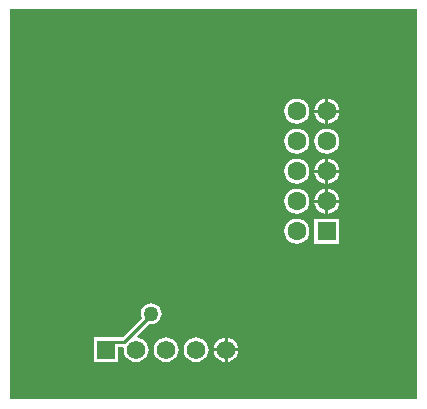
<source format=gbl>
G04*
G04 #@! TF.GenerationSoftware,Altium Limited,Altium Designer,23.5.1 (21)*
G04*
G04 Layer_Physical_Order=2*
G04 Layer_Color=16711680*
%FSLAX44Y44*%
%MOMM*%
G71*
G04*
G04 #@! TF.SameCoordinates,9F5EF0EC-7799-46C5-AC4F-AA06264B0910*
G04*
G04*
G04 #@! TF.FilePolarity,Positive*
G04*
G01*
G75*
%ADD12C,0.2540*%
%ADD17C,1.5700*%
%ADD18R,1.5700X1.5700*%
%ADD21C,1.6000*%
%ADD22R,1.6000X1.6000*%
%ADD23C,0.7620*%
%ADD24C,1.2700*%
G36*
X1555750Y414020D02*
X1211580D01*
Y744220D01*
X1555750D01*
Y414020D01*
D02*
G37*
%LPC*%
G36*
X1480820Y668324D02*
Y659130D01*
X1490014D01*
X1489819Y660611D01*
X1488757Y663176D01*
X1487067Y665377D01*
X1484866Y667067D01*
X1482301Y668129D01*
X1480820Y668324D01*
D02*
G37*
G36*
X1478280D02*
X1476799Y668129D01*
X1474234Y667067D01*
X1472033Y665377D01*
X1470343Y663176D01*
X1469281Y660611D01*
X1469086Y659130D01*
X1478280D01*
Y668324D01*
D02*
G37*
G36*
X1490014Y656590D02*
X1480820D01*
Y647396D01*
X1482301Y647591D01*
X1484866Y648653D01*
X1487067Y650343D01*
X1488757Y652544D01*
X1489819Y655108D01*
X1490014Y656590D01*
D02*
G37*
G36*
X1478280D02*
X1469086D01*
X1469281Y655108D01*
X1470343Y652544D01*
X1472033Y650343D01*
X1474234Y648653D01*
X1476799Y647591D01*
X1478280Y647396D01*
Y656590D01*
D02*
G37*
G36*
X1454150Y668491D02*
X1451398Y668129D01*
X1448835Y667067D01*
X1446633Y665377D01*
X1444943Y663176D01*
X1443881Y660611D01*
X1443519Y657860D01*
X1443881Y655108D01*
X1444943Y652544D01*
X1446633Y650343D01*
X1448835Y648653D01*
X1451398Y647591D01*
X1454150Y647229D01*
X1456902Y647591D01*
X1459465Y648653D01*
X1461667Y650343D01*
X1463357Y652544D01*
X1464419Y655108D01*
X1464781Y657860D01*
X1464419Y660611D01*
X1463357Y663176D01*
X1461667Y665377D01*
X1459465Y667067D01*
X1456902Y668129D01*
X1454150Y668491D01*
D02*
G37*
G36*
X1479550Y643091D02*
X1476799Y642729D01*
X1474234Y641667D01*
X1472033Y639977D01*
X1470343Y637775D01*
X1469281Y635211D01*
X1468919Y632460D01*
X1469281Y629709D01*
X1470343Y627145D01*
X1472033Y624943D01*
X1474234Y623253D01*
X1476799Y622191D01*
X1479550Y621829D01*
X1482301Y622191D01*
X1484866Y623253D01*
X1487067Y624943D01*
X1488757Y627145D01*
X1489819Y629709D01*
X1490181Y632460D01*
X1489819Y635211D01*
X1488757Y637775D01*
X1487067Y639977D01*
X1484866Y641667D01*
X1482301Y642729D01*
X1479550Y643091D01*
D02*
G37*
G36*
X1454150D02*
X1451398Y642729D01*
X1448835Y641667D01*
X1446633Y639977D01*
X1444943Y637775D01*
X1443881Y635211D01*
X1443519Y632460D01*
X1443881Y629709D01*
X1444943Y627145D01*
X1446633Y624943D01*
X1448835Y623253D01*
X1451398Y622191D01*
X1454150Y621829D01*
X1456902Y622191D01*
X1459465Y623253D01*
X1461667Y624943D01*
X1463357Y627145D01*
X1464419Y629709D01*
X1464781Y632460D01*
X1464419Y635211D01*
X1463357Y637775D01*
X1461667Y639977D01*
X1459465Y641667D01*
X1456902Y642729D01*
X1454150Y643091D01*
D02*
G37*
G36*
X1480820Y617524D02*
Y608330D01*
X1490014D01*
X1489819Y609812D01*
X1488757Y612375D01*
X1487067Y614577D01*
X1484866Y616267D01*
X1482301Y617329D01*
X1480820Y617524D01*
D02*
G37*
G36*
X1478280D02*
X1476799Y617329D01*
X1474234Y616267D01*
X1472033Y614577D01*
X1470343Y612375D01*
X1469281Y609812D01*
X1469086Y608330D01*
X1478280D01*
Y617524D01*
D02*
G37*
G36*
X1490014Y605790D02*
X1480820D01*
Y596596D01*
X1482301Y596791D01*
X1484866Y597853D01*
X1487067Y599543D01*
X1488757Y601744D01*
X1489819Y604309D01*
X1490014Y605790D01*
D02*
G37*
G36*
X1478280D02*
X1469086D01*
X1469281Y604309D01*
X1470343Y601744D01*
X1472033Y599543D01*
X1474234Y597853D01*
X1476799Y596791D01*
X1478280Y596596D01*
Y605790D01*
D02*
G37*
G36*
X1454150Y617691D02*
X1451398Y617329D01*
X1448835Y616267D01*
X1446633Y614577D01*
X1444943Y612375D01*
X1443881Y609812D01*
X1443519Y607060D01*
X1443881Y604309D01*
X1444943Y601744D01*
X1446633Y599543D01*
X1448835Y597853D01*
X1451398Y596791D01*
X1454150Y596429D01*
X1456902Y596791D01*
X1459465Y597853D01*
X1461667Y599543D01*
X1463357Y601744D01*
X1464419Y604309D01*
X1464781Y607060D01*
X1464419Y609812D01*
X1463357Y612375D01*
X1461667Y614577D01*
X1459465Y616267D01*
X1456902Y617329D01*
X1454150Y617691D01*
D02*
G37*
G36*
X1480820Y592124D02*
Y582930D01*
X1490014D01*
X1489819Y584412D01*
X1488757Y586976D01*
X1487067Y589177D01*
X1484866Y590867D01*
X1482301Y591929D01*
X1480820Y592124D01*
D02*
G37*
G36*
X1478280D02*
X1476799Y591929D01*
X1474234Y590867D01*
X1472033Y589177D01*
X1470343Y586976D01*
X1469281Y584412D01*
X1469086Y582930D01*
X1478280D01*
Y592124D01*
D02*
G37*
G36*
X1490014Y580390D02*
X1480820D01*
Y571196D01*
X1482301Y571391D01*
X1484866Y572453D01*
X1487067Y574143D01*
X1488757Y576344D01*
X1489819Y578909D01*
X1490014Y580390D01*
D02*
G37*
G36*
X1478280D02*
X1469086D01*
X1469281Y578909D01*
X1470343Y576344D01*
X1472033Y574143D01*
X1474234Y572453D01*
X1476799Y571391D01*
X1478280Y571196D01*
Y580390D01*
D02*
G37*
G36*
X1454150Y592291D02*
X1451398Y591929D01*
X1448835Y590867D01*
X1446633Y589177D01*
X1444943Y586976D01*
X1443881Y584412D01*
X1443519Y581660D01*
X1443881Y578909D01*
X1444943Y576344D01*
X1446633Y574143D01*
X1448835Y572453D01*
X1451398Y571391D01*
X1454150Y571029D01*
X1456902Y571391D01*
X1459465Y572453D01*
X1461667Y574143D01*
X1463357Y576344D01*
X1464419Y578909D01*
X1464781Y581660D01*
X1464419Y584412D01*
X1463357Y586976D01*
X1461667Y589177D01*
X1459465Y590867D01*
X1456902Y591929D01*
X1454150Y592291D01*
D02*
G37*
G36*
X1490090Y566800D02*
X1469010D01*
Y545720D01*
X1490090D01*
Y566800D01*
D02*
G37*
G36*
X1454150Y566891D02*
X1451398Y566529D01*
X1448835Y565467D01*
X1446633Y563777D01*
X1444943Y561576D01*
X1443881Y559011D01*
X1443519Y556260D01*
X1443881Y553508D01*
X1444943Y550945D01*
X1446633Y548743D01*
X1448835Y547053D01*
X1451398Y545991D01*
X1454150Y545629D01*
X1456902Y545991D01*
X1459465Y547053D01*
X1461667Y548743D01*
X1463357Y550945D01*
X1464419Y553508D01*
X1464781Y556260D01*
X1464419Y559011D01*
X1463357Y561576D01*
X1461667Y563777D01*
X1459465Y565467D01*
X1456902Y566529D01*
X1454150Y566891D01*
D02*
G37*
G36*
X1330960Y495377D02*
X1328639Y495071D01*
X1326477Y494175D01*
X1324620Y492750D01*
X1323195Y490893D01*
X1322299Y488731D01*
X1321993Y486410D01*
X1322299Y484089D01*
X1322925Y482578D01*
X1306741Y466395D01*
X1299440D01*
X1299065Y466320D01*
X1282470D01*
Y445540D01*
X1303250D01*
Y458625D01*
X1307172D01*
X1308009Y457671D01*
X1307780Y455930D01*
X1308137Y453218D01*
X1309184Y450690D01*
X1310850Y448520D01*
X1313020Y446854D01*
X1315548Y445807D01*
X1318260Y445450D01*
X1320972Y445807D01*
X1323500Y446854D01*
X1325670Y448520D01*
X1327336Y450690D01*
X1328383Y453218D01*
X1328740Y455930D01*
X1328383Y458642D01*
X1327336Y461170D01*
X1325670Y463340D01*
X1323500Y465006D01*
X1320972Y466053D01*
X1319391Y466261D01*
X1318936Y467602D01*
X1329031Y477697D01*
X1330960Y477443D01*
X1333281Y477749D01*
X1335443Y478645D01*
X1337300Y480070D01*
X1338725Y481927D01*
X1339621Y484089D01*
X1339927Y486410D01*
X1339621Y488731D01*
X1338725Y490893D01*
X1337300Y492750D01*
X1335443Y494175D01*
X1333281Y495071D01*
X1330960Y495377D01*
D02*
G37*
G36*
X1395730Y466242D02*
Y457200D01*
X1404772D01*
X1404583Y458642D01*
X1403536Y461170D01*
X1401870Y463340D01*
X1399700Y465006D01*
X1397172Y466053D01*
X1395730Y466242D01*
D02*
G37*
G36*
X1393190D02*
X1391748Y466053D01*
X1389220Y465006D01*
X1387050Y463340D01*
X1385384Y461170D01*
X1384337Y458642D01*
X1384147Y457200D01*
X1393190D01*
Y466242D01*
D02*
G37*
G36*
X1404772Y454660D02*
X1395730D01*
Y445617D01*
X1397172Y445807D01*
X1399700Y446854D01*
X1401870Y448520D01*
X1403536Y450690D01*
X1404583Y453218D01*
X1404772Y454660D01*
D02*
G37*
G36*
X1393190D02*
X1384147D01*
X1384337Y453218D01*
X1385384Y450690D01*
X1387050Y448520D01*
X1389220Y446854D01*
X1391748Y445807D01*
X1393190Y445617D01*
Y454660D01*
D02*
G37*
G36*
X1369060Y466410D02*
X1366348Y466053D01*
X1363820Y465006D01*
X1361650Y463340D01*
X1359984Y461170D01*
X1358937Y458642D01*
X1358580Y455930D01*
X1358937Y453218D01*
X1359984Y450690D01*
X1361650Y448520D01*
X1363820Y446854D01*
X1366348Y445807D01*
X1369060Y445450D01*
X1371772Y445807D01*
X1374300Y446854D01*
X1376470Y448520D01*
X1378136Y450690D01*
X1379183Y453218D01*
X1379540Y455930D01*
X1379183Y458642D01*
X1378136Y461170D01*
X1376470Y463340D01*
X1374300Y465006D01*
X1371772Y466053D01*
X1369060Y466410D01*
D02*
G37*
G36*
X1343660D02*
X1340948Y466053D01*
X1338420Y465006D01*
X1336250Y463340D01*
X1334584Y461170D01*
X1333537Y458642D01*
X1333180Y455930D01*
X1333537Y453218D01*
X1334584Y450690D01*
X1336250Y448520D01*
X1338420Y446854D01*
X1340948Y445807D01*
X1343660Y445450D01*
X1346372Y445807D01*
X1348900Y446854D01*
X1351070Y448520D01*
X1352736Y450690D01*
X1353783Y453218D01*
X1354140Y455930D01*
X1353783Y458642D01*
X1352736Y461170D01*
X1351070Y463340D01*
X1348900Y465006D01*
X1346372Y466053D01*
X1343660Y466410D01*
D02*
G37*
%LPD*%
D12*
X1308350Y462510D02*
X1330960Y485120D01*
Y486410D01*
X1292860Y455930D02*
X1299440Y462510D01*
X1308350D01*
D17*
X1394460Y455930D02*
D03*
X1369060D02*
D03*
X1343660D02*
D03*
X1318260D02*
D03*
D18*
X1292860D02*
D03*
D21*
X1454150Y657860D02*
D03*
Y632460D02*
D03*
X1479550Y657860D02*
D03*
Y632460D02*
D03*
X1454150Y607060D02*
D03*
X1479550D02*
D03*
X1454150Y581660D02*
D03*
X1479550D02*
D03*
X1454150Y556260D02*
D03*
D22*
X1479550D02*
D03*
D23*
X1524000Y723900D02*
D03*
X1543050Y685800D02*
D03*
X1524000Y647700D02*
D03*
X1543050Y609600D02*
D03*
X1524000Y571500D02*
D03*
X1543050Y533400D02*
D03*
X1524000Y495300D02*
D03*
X1543050Y457200D02*
D03*
X1524000Y419100D02*
D03*
X1485900Y723900D02*
D03*
X1504950Y685800D02*
D03*
Y609600D02*
D03*
Y533400D02*
D03*
Y457200D02*
D03*
X1485900Y419100D02*
D03*
X1447800Y723900D02*
D03*
X1466850Y685800D02*
D03*
X1447800Y495300D02*
D03*
X1466850Y457200D02*
D03*
X1447800Y419100D02*
D03*
X1409700Y723900D02*
D03*
X1428750Y685800D02*
D03*
X1409700Y647700D02*
D03*
X1428750Y609600D02*
D03*
Y533400D02*
D03*
Y457200D02*
D03*
X1409700Y419100D02*
D03*
X1371600Y723900D02*
D03*
X1390650Y685800D02*
D03*
X1371600Y647700D02*
D03*
X1390650Y609600D02*
D03*
Y533400D02*
D03*
X1371600Y495300D02*
D03*
Y419100D02*
D03*
X1333500Y723900D02*
D03*
X1352550Y685800D02*
D03*
X1333500Y647700D02*
D03*
X1352550Y609600D02*
D03*
Y533400D02*
D03*
X1333500Y419100D02*
D03*
X1295400Y723900D02*
D03*
X1314450Y685800D02*
D03*
X1295400Y647700D02*
D03*
Y419100D02*
D03*
X1257300Y723900D02*
D03*
X1276350Y685800D02*
D03*
X1257300Y647700D02*
D03*
X1276350Y533400D02*
D03*
X1257300Y495300D02*
D03*
Y419100D02*
D03*
X1219200Y723900D02*
D03*
X1238250Y685800D02*
D03*
X1219200Y647700D02*
D03*
Y571500D02*
D03*
Y495300D02*
D03*
X1238250Y457200D02*
D03*
X1219200Y419100D02*
D03*
D24*
X1330960Y486410D02*
D03*
M02*

</source>
